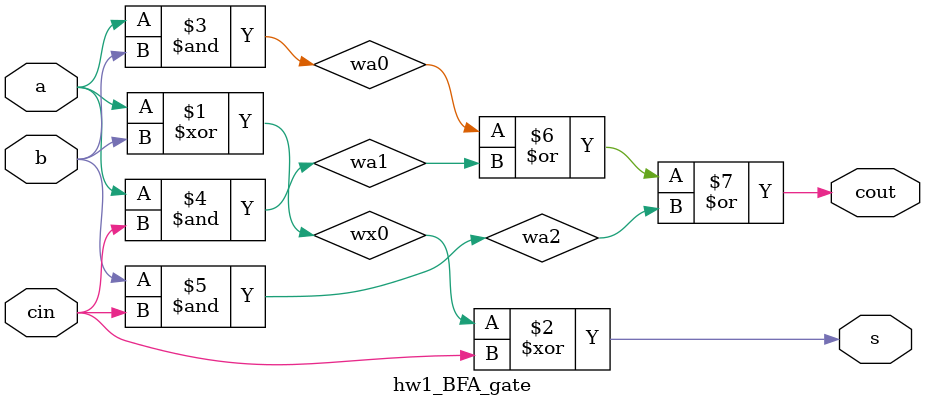
<source format=v>
`timescale 1ns / 1ps
module hw1_BFA_gate(a, b, cin, s, cout);

  input a, b, cin;
  output s, cout;
  wire wx0, wa0, wa1, wa2;

  //Calculate sum
  xor (wx0, a, b);
  xor (s, wx0, cin);
  
  //Caluclate carry
  and (wa0, a, b);
  and (wa1, a, cin);
  and (wa2, b, cin);

  or (cout, wa0, wa1, wa2);

endmodule

</source>
